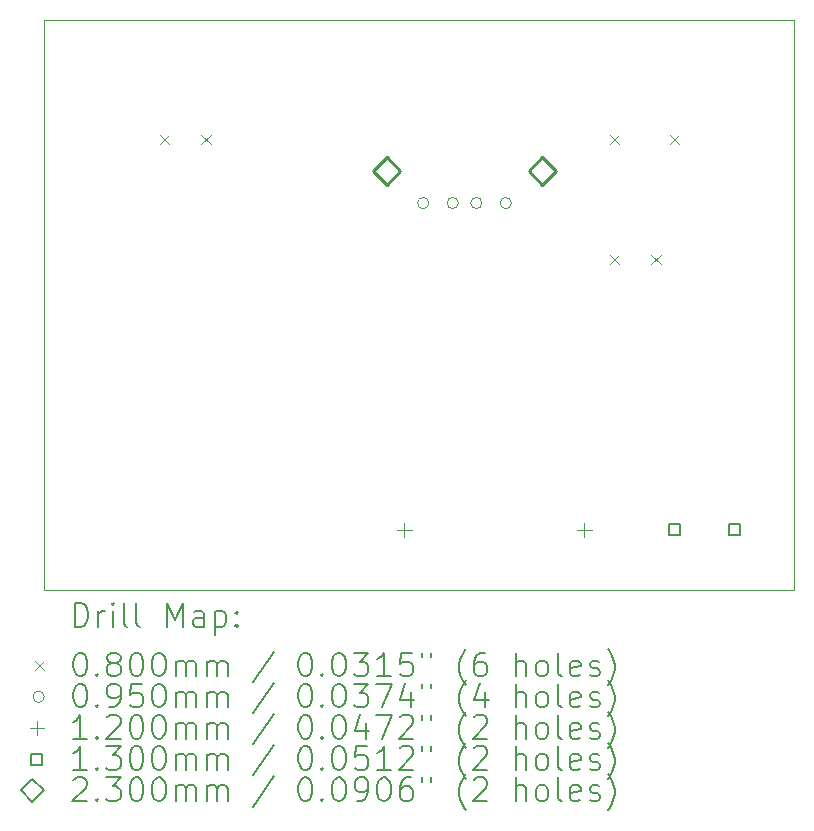
<source format=gbr>
%FSLAX45Y45*%
G04 Gerber Fmt 4.5, Leading zero omitted, Abs format (unit mm)*
G04 Created by KiCad (PCBNEW (6.0.4-0)) date 2022-06-08 11:17:16*
%MOMM*%
%LPD*%
G01*
G04 APERTURE LIST*
%TA.AperFunction,Profile*%
%ADD10C,0.050000*%
%TD*%
%ADD11C,0.200000*%
%ADD12C,0.080000*%
%ADD13C,0.095000*%
%ADD14C,0.120000*%
%ADD15C,0.130000*%
%ADD16C,0.230000*%
G04 APERTURE END LIST*
D10*
X18034000Y-2540000D02*
X18034000Y-7366000D01*
X18034000Y-7366000D02*
X11684000Y-7366000D01*
X11684000Y-7366000D02*
X11684000Y-2540000D01*
X11684000Y-2540000D02*
X18034000Y-2540000D01*
D11*
D12*
X12660000Y-3516000D02*
X12740000Y-3596000D01*
X12740000Y-3516000D02*
X12660000Y-3596000D01*
X13010000Y-3516000D02*
X13090000Y-3596000D01*
X13090000Y-3516000D02*
X13010000Y-3596000D01*
X16470000Y-3516000D02*
X16550000Y-3596000D01*
X16550000Y-3516000D02*
X16470000Y-3596000D01*
X16470000Y-4532000D02*
X16550000Y-4612000D01*
X16550000Y-4532000D02*
X16470000Y-4612000D01*
X16820000Y-4532000D02*
X16900000Y-4612000D01*
X16900000Y-4532000D02*
X16820000Y-4612000D01*
X16978000Y-3516000D02*
X17058000Y-3596000D01*
X17058000Y-3516000D02*
X16978000Y-3596000D01*
D13*
X14937500Y-4092000D02*
G75*
G03*
X14937500Y-4092000I-47500J0D01*
G01*
X15187500Y-4092000D02*
G75*
G03*
X15187500Y-4092000I-47500J0D01*
G01*
X15387500Y-4092000D02*
G75*
G03*
X15387500Y-4092000I-47500J0D01*
G01*
X15637500Y-4092000D02*
G75*
G03*
X15637500Y-4092000I-47500J0D01*
G01*
D14*
X14732000Y-6798000D02*
X14732000Y-6918000D01*
X14672000Y-6858000D02*
X14792000Y-6858000D01*
X16256000Y-6798000D02*
X16256000Y-6918000D01*
X16196000Y-6858000D02*
X16316000Y-6858000D01*
D15*
X17063962Y-6903962D02*
X17063962Y-6812038D01*
X16972038Y-6812038D01*
X16972038Y-6903962D01*
X17063962Y-6903962D01*
X17571962Y-6903962D02*
X17571962Y-6812038D01*
X17480038Y-6812038D01*
X17480038Y-6903962D01*
X17571962Y-6903962D01*
D16*
X14583000Y-3936000D02*
X14698000Y-3821000D01*
X14583000Y-3706000D01*
X14468000Y-3821000D01*
X14583000Y-3936000D01*
X15897000Y-3936000D02*
X16012000Y-3821000D01*
X15897000Y-3706000D01*
X15782000Y-3821000D01*
X15897000Y-3936000D01*
D11*
X11939119Y-7678976D02*
X11939119Y-7478976D01*
X11986738Y-7478976D01*
X12015309Y-7488500D01*
X12034357Y-7507548D01*
X12043881Y-7526595D01*
X12053405Y-7564690D01*
X12053405Y-7593262D01*
X12043881Y-7631357D01*
X12034357Y-7650405D01*
X12015309Y-7669452D01*
X11986738Y-7678976D01*
X11939119Y-7678976D01*
X12139119Y-7678976D02*
X12139119Y-7545643D01*
X12139119Y-7583738D02*
X12148643Y-7564690D01*
X12158167Y-7555167D01*
X12177214Y-7545643D01*
X12196262Y-7545643D01*
X12262928Y-7678976D02*
X12262928Y-7545643D01*
X12262928Y-7478976D02*
X12253405Y-7488500D01*
X12262928Y-7498024D01*
X12272452Y-7488500D01*
X12262928Y-7478976D01*
X12262928Y-7498024D01*
X12386738Y-7678976D02*
X12367690Y-7669452D01*
X12358167Y-7650405D01*
X12358167Y-7478976D01*
X12491500Y-7678976D02*
X12472452Y-7669452D01*
X12462928Y-7650405D01*
X12462928Y-7478976D01*
X12720071Y-7678976D02*
X12720071Y-7478976D01*
X12786738Y-7621833D01*
X12853405Y-7478976D01*
X12853405Y-7678976D01*
X13034357Y-7678976D02*
X13034357Y-7574214D01*
X13024833Y-7555167D01*
X13005786Y-7545643D01*
X12967690Y-7545643D01*
X12948643Y-7555167D01*
X13034357Y-7669452D02*
X13015309Y-7678976D01*
X12967690Y-7678976D01*
X12948643Y-7669452D01*
X12939119Y-7650405D01*
X12939119Y-7631357D01*
X12948643Y-7612309D01*
X12967690Y-7602786D01*
X13015309Y-7602786D01*
X13034357Y-7593262D01*
X13129595Y-7545643D02*
X13129595Y-7745643D01*
X13129595Y-7555167D02*
X13148643Y-7545643D01*
X13186738Y-7545643D01*
X13205786Y-7555167D01*
X13215309Y-7564690D01*
X13224833Y-7583738D01*
X13224833Y-7640881D01*
X13215309Y-7659928D01*
X13205786Y-7669452D01*
X13186738Y-7678976D01*
X13148643Y-7678976D01*
X13129595Y-7669452D01*
X13310548Y-7659928D02*
X13320071Y-7669452D01*
X13310548Y-7678976D01*
X13301024Y-7669452D01*
X13310548Y-7659928D01*
X13310548Y-7678976D01*
X13310548Y-7555167D02*
X13320071Y-7564690D01*
X13310548Y-7574214D01*
X13301024Y-7564690D01*
X13310548Y-7555167D01*
X13310548Y-7574214D01*
D12*
X11601500Y-7968500D02*
X11681500Y-8048500D01*
X11681500Y-7968500D02*
X11601500Y-8048500D01*
D11*
X11977214Y-7898976D02*
X11996262Y-7898976D01*
X12015309Y-7908500D01*
X12024833Y-7918024D01*
X12034357Y-7937071D01*
X12043881Y-7975167D01*
X12043881Y-8022786D01*
X12034357Y-8060881D01*
X12024833Y-8079928D01*
X12015309Y-8089452D01*
X11996262Y-8098976D01*
X11977214Y-8098976D01*
X11958167Y-8089452D01*
X11948643Y-8079928D01*
X11939119Y-8060881D01*
X11929595Y-8022786D01*
X11929595Y-7975167D01*
X11939119Y-7937071D01*
X11948643Y-7918024D01*
X11958167Y-7908500D01*
X11977214Y-7898976D01*
X12129595Y-8079928D02*
X12139119Y-8089452D01*
X12129595Y-8098976D01*
X12120071Y-8089452D01*
X12129595Y-8079928D01*
X12129595Y-8098976D01*
X12253405Y-7984690D02*
X12234357Y-7975167D01*
X12224833Y-7965643D01*
X12215309Y-7946595D01*
X12215309Y-7937071D01*
X12224833Y-7918024D01*
X12234357Y-7908500D01*
X12253405Y-7898976D01*
X12291500Y-7898976D01*
X12310548Y-7908500D01*
X12320071Y-7918024D01*
X12329595Y-7937071D01*
X12329595Y-7946595D01*
X12320071Y-7965643D01*
X12310548Y-7975167D01*
X12291500Y-7984690D01*
X12253405Y-7984690D01*
X12234357Y-7994214D01*
X12224833Y-8003738D01*
X12215309Y-8022786D01*
X12215309Y-8060881D01*
X12224833Y-8079928D01*
X12234357Y-8089452D01*
X12253405Y-8098976D01*
X12291500Y-8098976D01*
X12310548Y-8089452D01*
X12320071Y-8079928D01*
X12329595Y-8060881D01*
X12329595Y-8022786D01*
X12320071Y-8003738D01*
X12310548Y-7994214D01*
X12291500Y-7984690D01*
X12453405Y-7898976D02*
X12472452Y-7898976D01*
X12491500Y-7908500D01*
X12501024Y-7918024D01*
X12510548Y-7937071D01*
X12520071Y-7975167D01*
X12520071Y-8022786D01*
X12510548Y-8060881D01*
X12501024Y-8079928D01*
X12491500Y-8089452D01*
X12472452Y-8098976D01*
X12453405Y-8098976D01*
X12434357Y-8089452D01*
X12424833Y-8079928D01*
X12415309Y-8060881D01*
X12405786Y-8022786D01*
X12405786Y-7975167D01*
X12415309Y-7937071D01*
X12424833Y-7918024D01*
X12434357Y-7908500D01*
X12453405Y-7898976D01*
X12643881Y-7898976D02*
X12662928Y-7898976D01*
X12681976Y-7908500D01*
X12691500Y-7918024D01*
X12701024Y-7937071D01*
X12710548Y-7975167D01*
X12710548Y-8022786D01*
X12701024Y-8060881D01*
X12691500Y-8079928D01*
X12681976Y-8089452D01*
X12662928Y-8098976D01*
X12643881Y-8098976D01*
X12624833Y-8089452D01*
X12615309Y-8079928D01*
X12605786Y-8060881D01*
X12596262Y-8022786D01*
X12596262Y-7975167D01*
X12605786Y-7937071D01*
X12615309Y-7918024D01*
X12624833Y-7908500D01*
X12643881Y-7898976D01*
X12796262Y-8098976D02*
X12796262Y-7965643D01*
X12796262Y-7984690D02*
X12805786Y-7975167D01*
X12824833Y-7965643D01*
X12853405Y-7965643D01*
X12872452Y-7975167D01*
X12881976Y-7994214D01*
X12881976Y-8098976D01*
X12881976Y-7994214D02*
X12891500Y-7975167D01*
X12910548Y-7965643D01*
X12939119Y-7965643D01*
X12958167Y-7975167D01*
X12967690Y-7994214D01*
X12967690Y-8098976D01*
X13062928Y-8098976D02*
X13062928Y-7965643D01*
X13062928Y-7984690D02*
X13072452Y-7975167D01*
X13091500Y-7965643D01*
X13120071Y-7965643D01*
X13139119Y-7975167D01*
X13148643Y-7994214D01*
X13148643Y-8098976D01*
X13148643Y-7994214D02*
X13158167Y-7975167D01*
X13177214Y-7965643D01*
X13205786Y-7965643D01*
X13224833Y-7975167D01*
X13234357Y-7994214D01*
X13234357Y-8098976D01*
X13624833Y-7889452D02*
X13453405Y-8146595D01*
X13881976Y-7898976D02*
X13901024Y-7898976D01*
X13920071Y-7908500D01*
X13929595Y-7918024D01*
X13939119Y-7937071D01*
X13948643Y-7975167D01*
X13948643Y-8022786D01*
X13939119Y-8060881D01*
X13929595Y-8079928D01*
X13920071Y-8089452D01*
X13901024Y-8098976D01*
X13881976Y-8098976D01*
X13862928Y-8089452D01*
X13853405Y-8079928D01*
X13843881Y-8060881D01*
X13834357Y-8022786D01*
X13834357Y-7975167D01*
X13843881Y-7937071D01*
X13853405Y-7918024D01*
X13862928Y-7908500D01*
X13881976Y-7898976D01*
X14034357Y-8079928D02*
X14043881Y-8089452D01*
X14034357Y-8098976D01*
X14024833Y-8089452D01*
X14034357Y-8079928D01*
X14034357Y-8098976D01*
X14167690Y-7898976D02*
X14186738Y-7898976D01*
X14205786Y-7908500D01*
X14215309Y-7918024D01*
X14224833Y-7937071D01*
X14234357Y-7975167D01*
X14234357Y-8022786D01*
X14224833Y-8060881D01*
X14215309Y-8079928D01*
X14205786Y-8089452D01*
X14186738Y-8098976D01*
X14167690Y-8098976D01*
X14148643Y-8089452D01*
X14139119Y-8079928D01*
X14129595Y-8060881D01*
X14120071Y-8022786D01*
X14120071Y-7975167D01*
X14129595Y-7937071D01*
X14139119Y-7918024D01*
X14148643Y-7908500D01*
X14167690Y-7898976D01*
X14301024Y-7898976D02*
X14424833Y-7898976D01*
X14358167Y-7975167D01*
X14386738Y-7975167D01*
X14405786Y-7984690D01*
X14415309Y-7994214D01*
X14424833Y-8013262D01*
X14424833Y-8060881D01*
X14415309Y-8079928D01*
X14405786Y-8089452D01*
X14386738Y-8098976D01*
X14329595Y-8098976D01*
X14310548Y-8089452D01*
X14301024Y-8079928D01*
X14615309Y-8098976D02*
X14501024Y-8098976D01*
X14558167Y-8098976D02*
X14558167Y-7898976D01*
X14539119Y-7927548D01*
X14520071Y-7946595D01*
X14501024Y-7956119D01*
X14796262Y-7898976D02*
X14701024Y-7898976D01*
X14691500Y-7994214D01*
X14701024Y-7984690D01*
X14720071Y-7975167D01*
X14767690Y-7975167D01*
X14786738Y-7984690D01*
X14796262Y-7994214D01*
X14805786Y-8013262D01*
X14805786Y-8060881D01*
X14796262Y-8079928D01*
X14786738Y-8089452D01*
X14767690Y-8098976D01*
X14720071Y-8098976D01*
X14701024Y-8089452D01*
X14691500Y-8079928D01*
X14881976Y-7898976D02*
X14881976Y-7937071D01*
X14958167Y-7898976D02*
X14958167Y-7937071D01*
X15253405Y-8175167D02*
X15243881Y-8165643D01*
X15224833Y-8137071D01*
X15215309Y-8118024D01*
X15205786Y-8089452D01*
X15196262Y-8041833D01*
X15196262Y-8003738D01*
X15205786Y-7956119D01*
X15215309Y-7927548D01*
X15224833Y-7908500D01*
X15243881Y-7879928D01*
X15253405Y-7870405D01*
X15415309Y-7898976D02*
X15377214Y-7898976D01*
X15358167Y-7908500D01*
X15348643Y-7918024D01*
X15329595Y-7946595D01*
X15320071Y-7984690D01*
X15320071Y-8060881D01*
X15329595Y-8079928D01*
X15339119Y-8089452D01*
X15358167Y-8098976D01*
X15396262Y-8098976D01*
X15415309Y-8089452D01*
X15424833Y-8079928D01*
X15434357Y-8060881D01*
X15434357Y-8013262D01*
X15424833Y-7994214D01*
X15415309Y-7984690D01*
X15396262Y-7975167D01*
X15358167Y-7975167D01*
X15339119Y-7984690D01*
X15329595Y-7994214D01*
X15320071Y-8013262D01*
X15672452Y-8098976D02*
X15672452Y-7898976D01*
X15758167Y-8098976D02*
X15758167Y-7994214D01*
X15748643Y-7975167D01*
X15729595Y-7965643D01*
X15701024Y-7965643D01*
X15681976Y-7975167D01*
X15672452Y-7984690D01*
X15881976Y-8098976D02*
X15862928Y-8089452D01*
X15853405Y-8079928D01*
X15843881Y-8060881D01*
X15843881Y-8003738D01*
X15853405Y-7984690D01*
X15862928Y-7975167D01*
X15881976Y-7965643D01*
X15910548Y-7965643D01*
X15929595Y-7975167D01*
X15939119Y-7984690D01*
X15948643Y-8003738D01*
X15948643Y-8060881D01*
X15939119Y-8079928D01*
X15929595Y-8089452D01*
X15910548Y-8098976D01*
X15881976Y-8098976D01*
X16062928Y-8098976D02*
X16043881Y-8089452D01*
X16034357Y-8070405D01*
X16034357Y-7898976D01*
X16215309Y-8089452D02*
X16196262Y-8098976D01*
X16158167Y-8098976D01*
X16139119Y-8089452D01*
X16129595Y-8070405D01*
X16129595Y-7994214D01*
X16139119Y-7975167D01*
X16158167Y-7965643D01*
X16196262Y-7965643D01*
X16215309Y-7975167D01*
X16224833Y-7994214D01*
X16224833Y-8013262D01*
X16129595Y-8032309D01*
X16301024Y-8089452D02*
X16320071Y-8098976D01*
X16358167Y-8098976D01*
X16377214Y-8089452D01*
X16386738Y-8070405D01*
X16386738Y-8060881D01*
X16377214Y-8041833D01*
X16358167Y-8032309D01*
X16329595Y-8032309D01*
X16310548Y-8022786D01*
X16301024Y-8003738D01*
X16301024Y-7994214D01*
X16310548Y-7975167D01*
X16329595Y-7965643D01*
X16358167Y-7965643D01*
X16377214Y-7975167D01*
X16453405Y-8175167D02*
X16462928Y-8165643D01*
X16481976Y-8137071D01*
X16491500Y-8118024D01*
X16501024Y-8089452D01*
X16510548Y-8041833D01*
X16510548Y-8003738D01*
X16501024Y-7956119D01*
X16491500Y-7927548D01*
X16481976Y-7908500D01*
X16462928Y-7879928D01*
X16453405Y-7870405D01*
D13*
X11681500Y-8272500D02*
G75*
G03*
X11681500Y-8272500I-47500J0D01*
G01*
D11*
X11977214Y-8162976D02*
X11996262Y-8162976D01*
X12015309Y-8172500D01*
X12024833Y-8182024D01*
X12034357Y-8201071D01*
X12043881Y-8239167D01*
X12043881Y-8286786D01*
X12034357Y-8324881D01*
X12024833Y-8343928D01*
X12015309Y-8353452D01*
X11996262Y-8362976D01*
X11977214Y-8362976D01*
X11958167Y-8353452D01*
X11948643Y-8343928D01*
X11939119Y-8324881D01*
X11929595Y-8286786D01*
X11929595Y-8239167D01*
X11939119Y-8201071D01*
X11948643Y-8182024D01*
X11958167Y-8172500D01*
X11977214Y-8162976D01*
X12129595Y-8343928D02*
X12139119Y-8353452D01*
X12129595Y-8362976D01*
X12120071Y-8353452D01*
X12129595Y-8343928D01*
X12129595Y-8362976D01*
X12234357Y-8362976D02*
X12272452Y-8362976D01*
X12291500Y-8353452D01*
X12301024Y-8343928D01*
X12320071Y-8315357D01*
X12329595Y-8277262D01*
X12329595Y-8201071D01*
X12320071Y-8182024D01*
X12310548Y-8172500D01*
X12291500Y-8162976D01*
X12253405Y-8162976D01*
X12234357Y-8172500D01*
X12224833Y-8182024D01*
X12215309Y-8201071D01*
X12215309Y-8248690D01*
X12224833Y-8267738D01*
X12234357Y-8277262D01*
X12253405Y-8286786D01*
X12291500Y-8286786D01*
X12310548Y-8277262D01*
X12320071Y-8267738D01*
X12329595Y-8248690D01*
X12510548Y-8162976D02*
X12415309Y-8162976D01*
X12405786Y-8258214D01*
X12415309Y-8248690D01*
X12434357Y-8239167D01*
X12481976Y-8239167D01*
X12501024Y-8248690D01*
X12510548Y-8258214D01*
X12520071Y-8277262D01*
X12520071Y-8324881D01*
X12510548Y-8343928D01*
X12501024Y-8353452D01*
X12481976Y-8362976D01*
X12434357Y-8362976D01*
X12415309Y-8353452D01*
X12405786Y-8343928D01*
X12643881Y-8162976D02*
X12662928Y-8162976D01*
X12681976Y-8172500D01*
X12691500Y-8182024D01*
X12701024Y-8201071D01*
X12710548Y-8239167D01*
X12710548Y-8286786D01*
X12701024Y-8324881D01*
X12691500Y-8343928D01*
X12681976Y-8353452D01*
X12662928Y-8362976D01*
X12643881Y-8362976D01*
X12624833Y-8353452D01*
X12615309Y-8343928D01*
X12605786Y-8324881D01*
X12596262Y-8286786D01*
X12596262Y-8239167D01*
X12605786Y-8201071D01*
X12615309Y-8182024D01*
X12624833Y-8172500D01*
X12643881Y-8162976D01*
X12796262Y-8362976D02*
X12796262Y-8229643D01*
X12796262Y-8248690D02*
X12805786Y-8239167D01*
X12824833Y-8229643D01*
X12853405Y-8229643D01*
X12872452Y-8239167D01*
X12881976Y-8258214D01*
X12881976Y-8362976D01*
X12881976Y-8258214D02*
X12891500Y-8239167D01*
X12910548Y-8229643D01*
X12939119Y-8229643D01*
X12958167Y-8239167D01*
X12967690Y-8258214D01*
X12967690Y-8362976D01*
X13062928Y-8362976D02*
X13062928Y-8229643D01*
X13062928Y-8248690D02*
X13072452Y-8239167D01*
X13091500Y-8229643D01*
X13120071Y-8229643D01*
X13139119Y-8239167D01*
X13148643Y-8258214D01*
X13148643Y-8362976D01*
X13148643Y-8258214D02*
X13158167Y-8239167D01*
X13177214Y-8229643D01*
X13205786Y-8229643D01*
X13224833Y-8239167D01*
X13234357Y-8258214D01*
X13234357Y-8362976D01*
X13624833Y-8153452D02*
X13453405Y-8410595D01*
X13881976Y-8162976D02*
X13901024Y-8162976D01*
X13920071Y-8172500D01*
X13929595Y-8182024D01*
X13939119Y-8201071D01*
X13948643Y-8239167D01*
X13948643Y-8286786D01*
X13939119Y-8324881D01*
X13929595Y-8343928D01*
X13920071Y-8353452D01*
X13901024Y-8362976D01*
X13881976Y-8362976D01*
X13862928Y-8353452D01*
X13853405Y-8343928D01*
X13843881Y-8324881D01*
X13834357Y-8286786D01*
X13834357Y-8239167D01*
X13843881Y-8201071D01*
X13853405Y-8182024D01*
X13862928Y-8172500D01*
X13881976Y-8162976D01*
X14034357Y-8343928D02*
X14043881Y-8353452D01*
X14034357Y-8362976D01*
X14024833Y-8353452D01*
X14034357Y-8343928D01*
X14034357Y-8362976D01*
X14167690Y-8162976D02*
X14186738Y-8162976D01*
X14205786Y-8172500D01*
X14215309Y-8182024D01*
X14224833Y-8201071D01*
X14234357Y-8239167D01*
X14234357Y-8286786D01*
X14224833Y-8324881D01*
X14215309Y-8343928D01*
X14205786Y-8353452D01*
X14186738Y-8362976D01*
X14167690Y-8362976D01*
X14148643Y-8353452D01*
X14139119Y-8343928D01*
X14129595Y-8324881D01*
X14120071Y-8286786D01*
X14120071Y-8239167D01*
X14129595Y-8201071D01*
X14139119Y-8182024D01*
X14148643Y-8172500D01*
X14167690Y-8162976D01*
X14301024Y-8162976D02*
X14424833Y-8162976D01*
X14358167Y-8239167D01*
X14386738Y-8239167D01*
X14405786Y-8248690D01*
X14415309Y-8258214D01*
X14424833Y-8277262D01*
X14424833Y-8324881D01*
X14415309Y-8343928D01*
X14405786Y-8353452D01*
X14386738Y-8362976D01*
X14329595Y-8362976D01*
X14310548Y-8353452D01*
X14301024Y-8343928D01*
X14491500Y-8162976D02*
X14624833Y-8162976D01*
X14539119Y-8362976D01*
X14786738Y-8229643D02*
X14786738Y-8362976D01*
X14739119Y-8153452D02*
X14691500Y-8296309D01*
X14815309Y-8296309D01*
X14881976Y-8162976D02*
X14881976Y-8201071D01*
X14958167Y-8162976D02*
X14958167Y-8201071D01*
X15253405Y-8439167D02*
X15243881Y-8429643D01*
X15224833Y-8401071D01*
X15215309Y-8382024D01*
X15205786Y-8353452D01*
X15196262Y-8305833D01*
X15196262Y-8267738D01*
X15205786Y-8220119D01*
X15215309Y-8191548D01*
X15224833Y-8172500D01*
X15243881Y-8143928D01*
X15253405Y-8134405D01*
X15415309Y-8229643D02*
X15415309Y-8362976D01*
X15367690Y-8153452D02*
X15320071Y-8296309D01*
X15443881Y-8296309D01*
X15672452Y-8362976D02*
X15672452Y-8162976D01*
X15758167Y-8362976D02*
X15758167Y-8258214D01*
X15748643Y-8239167D01*
X15729595Y-8229643D01*
X15701024Y-8229643D01*
X15681976Y-8239167D01*
X15672452Y-8248690D01*
X15881976Y-8362976D02*
X15862928Y-8353452D01*
X15853405Y-8343928D01*
X15843881Y-8324881D01*
X15843881Y-8267738D01*
X15853405Y-8248690D01*
X15862928Y-8239167D01*
X15881976Y-8229643D01*
X15910548Y-8229643D01*
X15929595Y-8239167D01*
X15939119Y-8248690D01*
X15948643Y-8267738D01*
X15948643Y-8324881D01*
X15939119Y-8343928D01*
X15929595Y-8353452D01*
X15910548Y-8362976D01*
X15881976Y-8362976D01*
X16062928Y-8362976D02*
X16043881Y-8353452D01*
X16034357Y-8334405D01*
X16034357Y-8162976D01*
X16215309Y-8353452D02*
X16196262Y-8362976D01*
X16158167Y-8362976D01*
X16139119Y-8353452D01*
X16129595Y-8334405D01*
X16129595Y-8258214D01*
X16139119Y-8239167D01*
X16158167Y-8229643D01*
X16196262Y-8229643D01*
X16215309Y-8239167D01*
X16224833Y-8258214D01*
X16224833Y-8277262D01*
X16129595Y-8296309D01*
X16301024Y-8353452D02*
X16320071Y-8362976D01*
X16358167Y-8362976D01*
X16377214Y-8353452D01*
X16386738Y-8334405D01*
X16386738Y-8324881D01*
X16377214Y-8305833D01*
X16358167Y-8296309D01*
X16329595Y-8296309D01*
X16310548Y-8286786D01*
X16301024Y-8267738D01*
X16301024Y-8258214D01*
X16310548Y-8239167D01*
X16329595Y-8229643D01*
X16358167Y-8229643D01*
X16377214Y-8239167D01*
X16453405Y-8439167D02*
X16462928Y-8429643D01*
X16481976Y-8401071D01*
X16491500Y-8382024D01*
X16501024Y-8353452D01*
X16510548Y-8305833D01*
X16510548Y-8267738D01*
X16501024Y-8220119D01*
X16491500Y-8191548D01*
X16481976Y-8172500D01*
X16462928Y-8143928D01*
X16453405Y-8134405D01*
D14*
X11621500Y-8476500D02*
X11621500Y-8596500D01*
X11561500Y-8536500D02*
X11681500Y-8536500D01*
D11*
X12043881Y-8626976D02*
X11929595Y-8626976D01*
X11986738Y-8626976D02*
X11986738Y-8426976D01*
X11967690Y-8455548D01*
X11948643Y-8474595D01*
X11929595Y-8484119D01*
X12129595Y-8607929D02*
X12139119Y-8617452D01*
X12129595Y-8626976D01*
X12120071Y-8617452D01*
X12129595Y-8607929D01*
X12129595Y-8626976D01*
X12215309Y-8446024D02*
X12224833Y-8436500D01*
X12243881Y-8426976D01*
X12291500Y-8426976D01*
X12310548Y-8436500D01*
X12320071Y-8446024D01*
X12329595Y-8465071D01*
X12329595Y-8484119D01*
X12320071Y-8512690D01*
X12205786Y-8626976D01*
X12329595Y-8626976D01*
X12453405Y-8426976D02*
X12472452Y-8426976D01*
X12491500Y-8436500D01*
X12501024Y-8446024D01*
X12510548Y-8465071D01*
X12520071Y-8503167D01*
X12520071Y-8550786D01*
X12510548Y-8588881D01*
X12501024Y-8607929D01*
X12491500Y-8617452D01*
X12472452Y-8626976D01*
X12453405Y-8626976D01*
X12434357Y-8617452D01*
X12424833Y-8607929D01*
X12415309Y-8588881D01*
X12405786Y-8550786D01*
X12405786Y-8503167D01*
X12415309Y-8465071D01*
X12424833Y-8446024D01*
X12434357Y-8436500D01*
X12453405Y-8426976D01*
X12643881Y-8426976D02*
X12662928Y-8426976D01*
X12681976Y-8436500D01*
X12691500Y-8446024D01*
X12701024Y-8465071D01*
X12710548Y-8503167D01*
X12710548Y-8550786D01*
X12701024Y-8588881D01*
X12691500Y-8607929D01*
X12681976Y-8617452D01*
X12662928Y-8626976D01*
X12643881Y-8626976D01*
X12624833Y-8617452D01*
X12615309Y-8607929D01*
X12605786Y-8588881D01*
X12596262Y-8550786D01*
X12596262Y-8503167D01*
X12605786Y-8465071D01*
X12615309Y-8446024D01*
X12624833Y-8436500D01*
X12643881Y-8426976D01*
X12796262Y-8626976D02*
X12796262Y-8493643D01*
X12796262Y-8512690D02*
X12805786Y-8503167D01*
X12824833Y-8493643D01*
X12853405Y-8493643D01*
X12872452Y-8503167D01*
X12881976Y-8522214D01*
X12881976Y-8626976D01*
X12881976Y-8522214D02*
X12891500Y-8503167D01*
X12910548Y-8493643D01*
X12939119Y-8493643D01*
X12958167Y-8503167D01*
X12967690Y-8522214D01*
X12967690Y-8626976D01*
X13062928Y-8626976D02*
X13062928Y-8493643D01*
X13062928Y-8512690D02*
X13072452Y-8503167D01*
X13091500Y-8493643D01*
X13120071Y-8493643D01*
X13139119Y-8503167D01*
X13148643Y-8522214D01*
X13148643Y-8626976D01*
X13148643Y-8522214D02*
X13158167Y-8503167D01*
X13177214Y-8493643D01*
X13205786Y-8493643D01*
X13224833Y-8503167D01*
X13234357Y-8522214D01*
X13234357Y-8626976D01*
X13624833Y-8417452D02*
X13453405Y-8674595D01*
X13881976Y-8426976D02*
X13901024Y-8426976D01*
X13920071Y-8436500D01*
X13929595Y-8446024D01*
X13939119Y-8465071D01*
X13948643Y-8503167D01*
X13948643Y-8550786D01*
X13939119Y-8588881D01*
X13929595Y-8607929D01*
X13920071Y-8617452D01*
X13901024Y-8626976D01*
X13881976Y-8626976D01*
X13862928Y-8617452D01*
X13853405Y-8607929D01*
X13843881Y-8588881D01*
X13834357Y-8550786D01*
X13834357Y-8503167D01*
X13843881Y-8465071D01*
X13853405Y-8446024D01*
X13862928Y-8436500D01*
X13881976Y-8426976D01*
X14034357Y-8607929D02*
X14043881Y-8617452D01*
X14034357Y-8626976D01*
X14024833Y-8617452D01*
X14034357Y-8607929D01*
X14034357Y-8626976D01*
X14167690Y-8426976D02*
X14186738Y-8426976D01*
X14205786Y-8436500D01*
X14215309Y-8446024D01*
X14224833Y-8465071D01*
X14234357Y-8503167D01*
X14234357Y-8550786D01*
X14224833Y-8588881D01*
X14215309Y-8607929D01*
X14205786Y-8617452D01*
X14186738Y-8626976D01*
X14167690Y-8626976D01*
X14148643Y-8617452D01*
X14139119Y-8607929D01*
X14129595Y-8588881D01*
X14120071Y-8550786D01*
X14120071Y-8503167D01*
X14129595Y-8465071D01*
X14139119Y-8446024D01*
X14148643Y-8436500D01*
X14167690Y-8426976D01*
X14405786Y-8493643D02*
X14405786Y-8626976D01*
X14358167Y-8417452D02*
X14310548Y-8560310D01*
X14434357Y-8560310D01*
X14491500Y-8426976D02*
X14624833Y-8426976D01*
X14539119Y-8626976D01*
X14691500Y-8446024D02*
X14701024Y-8436500D01*
X14720071Y-8426976D01*
X14767690Y-8426976D01*
X14786738Y-8436500D01*
X14796262Y-8446024D01*
X14805786Y-8465071D01*
X14805786Y-8484119D01*
X14796262Y-8512690D01*
X14681976Y-8626976D01*
X14805786Y-8626976D01*
X14881976Y-8426976D02*
X14881976Y-8465071D01*
X14958167Y-8426976D02*
X14958167Y-8465071D01*
X15253405Y-8703167D02*
X15243881Y-8693643D01*
X15224833Y-8665071D01*
X15215309Y-8646024D01*
X15205786Y-8617452D01*
X15196262Y-8569833D01*
X15196262Y-8531738D01*
X15205786Y-8484119D01*
X15215309Y-8455548D01*
X15224833Y-8436500D01*
X15243881Y-8407929D01*
X15253405Y-8398405D01*
X15320071Y-8446024D02*
X15329595Y-8436500D01*
X15348643Y-8426976D01*
X15396262Y-8426976D01*
X15415309Y-8436500D01*
X15424833Y-8446024D01*
X15434357Y-8465071D01*
X15434357Y-8484119D01*
X15424833Y-8512690D01*
X15310548Y-8626976D01*
X15434357Y-8626976D01*
X15672452Y-8626976D02*
X15672452Y-8426976D01*
X15758167Y-8626976D02*
X15758167Y-8522214D01*
X15748643Y-8503167D01*
X15729595Y-8493643D01*
X15701024Y-8493643D01*
X15681976Y-8503167D01*
X15672452Y-8512690D01*
X15881976Y-8626976D02*
X15862928Y-8617452D01*
X15853405Y-8607929D01*
X15843881Y-8588881D01*
X15843881Y-8531738D01*
X15853405Y-8512690D01*
X15862928Y-8503167D01*
X15881976Y-8493643D01*
X15910548Y-8493643D01*
X15929595Y-8503167D01*
X15939119Y-8512690D01*
X15948643Y-8531738D01*
X15948643Y-8588881D01*
X15939119Y-8607929D01*
X15929595Y-8617452D01*
X15910548Y-8626976D01*
X15881976Y-8626976D01*
X16062928Y-8626976D02*
X16043881Y-8617452D01*
X16034357Y-8598405D01*
X16034357Y-8426976D01*
X16215309Y-8617452D02*
X16196262Y-8626976D01*
X16158167Y-8626976D01*
X16139119Y-8617452D01*
X16129595Y-8598405D01*
X16129595Y-8522214D01*
X16139119Y-8503167D01*
X16158167Y-8493643D01*
X16196262Y-8493643D01*
X16215309Y-8503167D01*
X16224833Y-8522214D01*
X16224833Y-8541262D01*
X16129595Y-8560310D01*
X16301024Y-8617452D02*
X16320071Y-8626976D01*
X16358167Y-8626976D01*
X16377214Y-8617452D01*
X16386738Y-8598405D01*
X16386738Y-8588881D01*
X16377214Y-8569833D01*
X16358167Y-8560310D01*
X16329595Y-8560310D01*
X16310548Y-8550786D01*
X16301024Y-8531738D01*
X16301024Y-8522214D01*
X16310548Y-8503167D01*
X16329595Y-8493643D01*
X16358167Y-8493643D01*
X16377214Y-8503167D01*
X16453405Y-8703167D02*
X16462928Y-8693643D01*
X16481976Y-8665071D01*
X16491500Y-8646024D01*
X16501024Y-8617452D01*
X16510548Y-8569833D01*
X16510548Y-8531738D01*
X16501024Y-8484119D01*
X16491500Y-8455548D01*
X16481976Y-8436500D01*
X16462928Y-8407929D01*
X16453405Y-8398405D01*
D15*
X11662462Y-8846462D02*
X11662462Y-8754538D01*
X11570538Y-8754538D01*
X11570538Y-8846462D01*
X11662462Y-8846462D01*
D11*
X12043881Y-8890976D02*
X11929595Y-8890976D01*
X11986738Y-8890976D02*
X11986738Y-8690976D01*
X11967690Y-8719548D01*
X11948643Y-8738595D01*
X11929595Y-8748119D01*
X12129595Y-8871929D02*
X12139119Y-8881452D01*
X12129595Y-8890976D01*
X12120071Y-8881452D01*
X12129595Y-8871929D01*
X12129595Y-8890976D01*
X12205786Y-8690976D02*
X12329595Y-8690976D01*
X12262928Y-8767167D01*
X12291500Y-8767167D01*
X12310548Y-8776690D01*
X12320071Y-8786214D01*
X12329595Y-8805262D01*
X12329595Y-8852881D01*
X12320071Y-8871929D01*
X12310548Y-8881452D01*
X12291500Y-8890976D01*
X12234357Y-8890976D01*
X12215309Y-8881452D01*
X12205786Y-8871929D01*
X12453405Y-8690976D02*
X12472452Y-8690976D01*
X12491500Y-8700500D01*
X12501024Y-8710024D01*
X12510548Y-8729071D01*
X12520071Y-8767167D01*
X12520071Y-8814786D01*
X12510548Y-8852881D01*
X12501024Y-8871929D01*
X12491500Y-8881452D01*
X12472452Y-8890976D01*
X12453405Y-8890976D01*
X12434357Y-8881452D01*
X12424833Y-8871929D01*
X12415309Y-8852881D01*
X12405786Y-8814786D01*
X12405786Y-8767167D01*
X12415309Y-8729071D01*
X12424833Y-8710024D01*
X12434357Y-8700500D01*
X12453405Y-8690976D01*
X12643881Y-8690976D02*
X12662928Y-8690976D01*
X12681976Y-8700500D01*
X12691500Y-8710024D01*
X12701024Y-8729071D01*
X12710548Y-8767167D01*
X12710548Y-8814786D01*
X12701024Y-8852881D01*
X12691500Y-8871929D01*
X12681976Y-8881452D01*
X12662928Y-8890976D01*
X12643881Y-8890976D01*
X12624833Y-8881452D01*
X12615309Y-8871929D01*
X12605786Y-8852881D01*
X12596262Y-8814786D01*
X12596262Y-8767167D01*
X12605786Y-8729071D01*
X12615309Y-8710024D01*
X12624833Y-8700500D01*
X12643881Y-8690976D01*
X12796262Y-8890976D02*
X12796262Y-8757643D01*
X12796262Y-8776690D02*
X12805786Y-8767167D01*
X12824833Y-8757643D01*
X12853405Y-8757643D01*
X12872452Y-8767167D01*
X12881976Y-8786214D01*
X12881976Y-8890976D01*
X12881976Y-8786214D02*
X12891500Y-8767167D01*
X12910548Y-8757643D01*
X12939119Y-8757643D01*
X12958167Y-8767167D01*
X12967690Y-8786214D01*
X12967690Y-8890976D01*
X13062928Y-8890976D02*
X13062928Y-8757643D01*
X13062928Y-8776690D02*
X13072452Y-8767167D01*
X13091500Y-8757643D01*
X13120071Y-8757643D01*
X13139119Y-8767167D01*
X13148643Y-8786214D01*
X13148643Y-8890976D01*
X13148643Y-8786214D02*
X13158167Y-8767167D01*
X13177214Y-8757643D01*
X13205786Y-8757643D01*
X13224833Y-8767167D01*
X13234357Y-8786214D01*
X13234357Y-8890976D01*
X13624833Y-8681452D02*
X13453405Y-8938595D01*
X13881976Y-8690976D02*
X13901024Y-8690976D01*
X13920071Y-8700500D01*
X13929595Y-8710024D01*
X13939119Y-8729071D01*
X13948643Y-8767167D01*
X13948643Y-8814786D01*
X13939119Y-8852881D01*
X13929595Y-8871929D01*
X13920071Y-8881452D01*
X13901024Y-8890976D01*
X13881976Y-8890976D01*
X13862928Y-8881452D01*
X13853405Y-8871929D01*
X13843881Y-8852881D01*
X13834357Y-8814786D01*
X13834357Y-8767167D01*
X13843881Y-8729071D01*
X13853405Y-8710024D01*
X13862928Y-8700500D01*
X13881976Y-8690976D01*
X14034357Y-8871929D02*
X14043881Y-8881452D01*
X14034357Y-8890976D01*
X14024833Y-8881452D01*
X14034357Y-8871929D01*
X14034357Y-8890976D01*
X14167690Y-8690976D02*
X14186738Y-8690976D01*
X14205786Y-8700500D01*
X14215309Y-8710024D01*
X14224833Y-8729071D01*
X14234357Y-8767167D01*
X14234357Y-8814786D01*
X14224833Y-8852881D01*
X14215309Y-8871929D01*
X14205786Y-8881452D01*
X14186738Y-8890976D01*
X14167690Y-8890976D01*
X14148643Y-8881452D01*
X14139119Y-8871929D01*
X14129595Y-8852881D01*
X14120071Y-8814786D01*
X14120071Y-8767167D01*
X14129595Y-8729071D01*
X14139119Y-8710024D01*
X14148643Y-8700500D01*
X14167690Y-8690976D01*
X14415309Y-8690976D02*
X14320071Y-8690976D01*
X14310548Y-8786214D01*
X14320071Y-8776690D01*
X14339119Y-8767167D01*
X14386738Y-8767167D01*
X14405786Y-8776690D01*
X14415309Y-8786214D01*
X14424833Y-8805262D01*
X14424833Y-8852881D01*
X14415309Y-8871929D01*
X14405786Y-8881452D01*
X14386738Y-8890976D01*
X14339119Y-8890976D01*
X14320071Y-8881452D01*
X14310548Y-8871929D01*
X14615309Y-8890976D02*
X14501024Y-8890976D01*
X14558167Y-8890976D02*
X14558167Y-8690976D01*
X14539119Y-8719548D01*
X14520071Y-8738595D01*
X14501024Y-8748119D01*
X14691500Y-8710024D02*
X14701024Y-8700500D01*
X14720071Y-8690976D01*
X14767690Y-8690976D01*
X14786738Y-8700500D01*
X14796262Y-8710024D01*
X14805786Y-8729071D01*
X14805786Y-8748119D01*
X14796262Y-8776690D01*
X14681976Y-8890976D01*
X14805786Y-8890976D01*
X14881976Y-8690976D02*
X14881976Y-8729071D01*
X14958167Y-8690976D02*
X14958167Y-8729071D01*
X15253405Y-8967167D02*
X15243881Y-8957643D01*
X15224833Y-8929071D01*
X15215309Y-8910024D01*
X15205786Y-8881452D01*
X15196262Y-8833833D01*
X15196262Y-8795738D01*
X15205786Y-8748119D01*
X15215309Y-8719548D01*
X15224833Y-8700500D01*
X15243881Y-8671929D01*
X15253405Y-8662405D01*
X15320071Y-8710024D02*
X15329595Y-8700500D01*
X15348643Y-8690976D01*
X15396262Y-8690976D01*
X15415309Y-8700500D01*
X15424833Y-8710024D01*
X15434357Y-8729071D01*
X15434357Y-8748119D01*
X15424833Y-8776690D01*
X15310548Y-8890976D01*
X15434357Y-8890976D01*
X15672452Y-8890976D02*
X15672452Y-8690976D01*
X15758167Y-8890976D02*
X15758167Y-8786214D01*
X15748643Y-8767167D01*
X15729595Y-8757643D01*
X15701024Y-8757643D01*
X15681976Y-8767167D01*
X15672452Y-8776690D01*
X15881976Y-8890976D02*
X15862928Y-8881452D01*
X15853405Y-8871929D01*
X15843881Y-8852881D01*
X15843881Y-8795738D01*
X15853405Y-8776690D01*
X15862928Y-8767167D01*
X15881976Y-8757643D01*
X15910548Y-8757643D01*
X15929595Y-8767167D01*
X15939119Y-8776690D01*
X15948643Y-8795738D01*
X15948643Y-8852881D01*
X15939119Y-8871929D01*
X15929595Y-8881452D01*
X15910548Y-8890976D01*
X15881976Y-8890976D01*
X16062928Y-8890976D02*
X16043881Y-8881452D01*
X16034357Y-8862405D01*
X16034357Y-8690976D01*
X16215309Y-8881452D02*
X16196262Y-8890976D01*
X16158167Y-8890976D01*
X16139119Y-8881452D01*
X16129595Y-8862405D01*
X16129595Y-8786214D01*
X16139119Y-8767167D01*
X16158167Y-8757643D01*
X16196262Y-8757643D01*
X16215309Y-8767167D01*
X16224833Y-8786214D01*
X16224833Y-8805262D01*
X16129595Y-8824310D01*
X16301024Y-8881452D02*
X16320071Y-8890976D01*
X16358167Y-8890976D01*
X16377214Y-8881452D01*
X16386738Y-8862405D01*
X16386738Y-8852881D01*
X16377214Y-8833833D01*
X16358167Y-8824310D01*
X16329595Y-8824310D01*
X16310548Y-8814786D01*
X16301024Y-8795738D01*
X16301024Y-8786214D01*
X16310548Y-8767167D01*
X16329595Y-8757643D01*
X16358167Y-8757643D01*
X16377214Y-8767167D01*
X16453405Y-8967167D02*
X16462928Y-8957643D01*
X16481976Y-8929071D01*
X16491500Y-8910024D01*
X16501024Y-8881452D01*
X16510548Y-8833833D01*
X16510548Y-8795738D01*
X16501024Y-8748119D01*
X16491500Y-8719548D01*
X16481976Y-8700500D01*
X16462928Y-8671929D01*
X16453405Y-8662405D01*
X11581500Y-9164500D02*
X11681500Y-9064500D01*
X11581500Y-8964500D01*
X11481500Y-9064500D01*
X11581500Y-9164500D01*
X11929595Y-8974024D02*
X11939119Y-8964500D01*
X11958167Y-8954976D01*
X12005786Y-8954976D01*
X12024833Y-8964500D01*
X12034357Y-8974024D01*
X12043881Y-8993071D01*
X12043881Y-9012119D01*
X12034357Y-9040690D01*
X11920071Y-9154976D01*
X12043881Y-9154976D01*
X12129595Y-9135929D02*
X12139119Y-9145452D01*
X12129595Y-9154976D01*
X12120071Y-9145452D01*
X12129595Y-9135929D01*
X12129595Y-9154976D01*
X12205786Y-8954976D02*
X12329595Y-8954976D01*
X12262928Y-9031167D01*
X12291500Y-9031167D01*
X12310548Y-9040690D01*
X12320071Y-9050214D01*
X12329595Y-9069262D01*
X12329595Y-9116881D01*
X12320071Y-9135929D01*
X12310548Y-9145452D01*
X12291500Y-9154976D01*
X12234357Y-9154976D01*
X12215309Y-9145452D01*
X12205786Y-9135929D01*
X12453405Y-8954976D02*
X12472452Y-8954976D01*
X12491500Y-8964500D01*
X12501024Y-8974024D01*
X12510548Y-8993071D01*
X12520071Y-9031167D01*
X12520071Y-9078786D01*
X12510548Y-9116881D01*
X12501024Y-9135929D01*
X12491500Y-9145452D01*
X12472452Y-9154976D01*
X12453405Y-9154976D01*
X12434357Y-9145452D01*
X12424833Y-9135929D01*
X12415309Y-9116881D01*
X12405786Y-9078786D01*
X12405786Y-9031167D01*
X12415309Y-8993071D01*
X12424833Y-8974024D01*
X12434357Y-8964500D01*
X12453405Y-8954976D01*
X12643881Y-8954976D02*
X12662928Y-8954976D01*
X12681976Y-8964500D01*
X12691500Y-8974024D01*
X12701024Y-8993071D01*
X12710548Y-9031167D01*
X12710548Y-9078786D01*
X12701024Y-9116881D01*
X12691500Y-9135929D01*
X12681976Y-9145452D01*
X12662928Y-9154976D01*
X12643881Y-9154976D01*
X12624833Y-9145452D01*
X12615309Y-9135929D01*
X12605786Y-9116881D01*
X12596262Y-9078786D01*
X12596262Y-9031167D01*
X12605786Y-8993071D01*
X12615309Y-8974024D01*
X12624833Y-8964500D01*
X12643881Y-8954976D01*
X12796262Y-9154976D02*
X12796262Y-9021643D01*
X12796262Y-9040690D02*
X12805786Y-9031167D01*
X12824833Y-9021643D01*
X12853405Y-9021643D01*
X12872452Y-9031167D01*
X12881976Y-9050214D01*
X12881976Y-9154976D01*
X12881976Y-9050214D02*
X12891500Y-9031167D01*
X12910548Y-9021643D01*
X12939119Y-9021643D01*
X12958167Y-9031167D01*
X12967690Y-9050214D01*
X12967690Y-9154976D01*
X13062928Y-9154976D02*
X13062928Y-9021643D01*
X13062928Y-9040690D02*
X13072452Y-9031167D01*
X13091500Y-9021643D01*
X13120071Y-9021643D01*
X13139119Y-9031167D01*
X13148643Y-9050214D01*
X13148643Y-9154976D01*
X13148643Y-9050214D02*
X13158167Y-9031167D01*
X13177214Y-9021643D01*
X13205786Y-9021643D01*
X13224833Y-9031167D01*
X13234357Y-9050214D01*
X13234357Y-9154976D01*
X13624833Y-8945452D02*
X13453405Y-9202595D01*
X13881976Y-8954976D02*
X13901024Y-8954976D01*
X13920071Y-8964500D01*
X13929595Y-8974024D01*
X13939119Y-8993071D01*
X13948643Y-9031167D01*
X13948643Y-9078786D01*
X13939119Y-9116881D01*
X13929595Y-9135929D01*
X13920071Y-9145452D01*
X13901024Y-9154976D01*
X13881976Y-9154976D01*
X13862928Y-9145452D01*
X13853405Y-9135929D01*
X13843881Y-9116881D01*
X13834357Y-9078786D01*
X13834357Y-9031167D01*
X13843881Y-8993071D01*
X13853405Y-8974024D01*
X13862928Y-8964500D01*
X13881976Y-8954976D01*
X14034357Y-9135929D02*
X14043881Y-9145452D01*
X14034357Y-9154976D01*
X14024833Y-9145452D01*
X14034357Y-9135929D01*
X14034357Y-9154976D01*
X14167690Y-8954976D02*
X14186738Y-8954976D01*
X14205786Y-8964500D01*
X14215309Y-8974024D01*
X14224833Y-8993071D01*
X14234357Y-9031167D01*
X14234357Y-9078786D01*
X14224833Y-9116881D01*
X14215309Y-9135929D01*
X14205786Y-9145452D01*
X14186738Y-9154976D01*
X14167690Y-9154976D01*
X14148643Y-9145452D01*
X14139119Y-9135929D01*
X14129595Y-9116881D01*
X14120071Y-9078786D01*
X14120071Y-9031167D01*
X14129595Y-8993071D01*
X14139119Y-8974024D01*
X14148643Y-8964500D01*
X14167690Y-8954976D01*
X14329595Y-9154976D02*
X14367690Y-9154976D01*
X14386738Y-9145452D01*
X14396262Y-9135929D01*
X14415309Y-9107357D01*
X14424833Y-9069262D01*
X14424833Y-8993071D01*
X14415309Y-8974024D01*
X14405786Y-8964500D01*
X14386738Y-8954976D01*
X14348643Y-8954976D01*
X14329595Y-8964500D01*
X14320071Y-8974024D01*
X14310548Y-8993071D01*
X14310548Y-9040690D01*
X14320071Y-9059738D01*
X14329595Y-9069262D01*
X14348643Y-9078786D01*
X14386738Y-9078786D01*
X14405786Y-9069262D01*
X14415309Y-9059738D01*
X14424833Y-9040690D01*
X14548643Y-8954976D02*
X14567690Y-8954976D01*
X14586738Y-8964500D01*
X14596262Y-8974024D01*
X14605786Y-8993071D01*
X14615309Y-9031167D01*
X14615309Y-9078786D01*
X14605786Y-9116881D01*
X14596262Y-9135929D01*
X14586738Y-9145452D01*
X14567690Y-9154976D01*
X14548643Y-9154976D01*
X14529595Y-9145452D01*
X14520071Y-9135929D01*
X14510548Y-9116881D01*
X14501024Y-9078786D01*
X14501024Y-9031167D01*
X14510548Y-8993071D01*
X14520071Y-8974024D01*
X14529595Y-8964500D01*
X14548643Y-8954976D01*
X14786738Y-8954976D02*
X14748643Y-8954976D01*
X14729595Y-8964500D01*
X14720071Y-8974024D01*
X14701024Y-9002595D01*
X14691500Y-9040690D01*
X14691500Y-9116881D01*
X14701024Y-9135929D01*
X14710548Y-9145452D01*
X14729595Y-9154976D01*
X14767690Y-9154976D01*
X14786738Y-9145452D01*
X14796262Y-9135929D01*
X14805786Y-9116881D01*
X14805786Y-9069262D01*
X14796262Y-9050214D01*
X14786738Y-9040690D01*
X14767690Y-9031167D01*
X14729595Y-9031167D01*
X14710548Y-9040690D01*
X14701024Y-9050214D01*
X14691500Y-9069262D01*
X14881976Y-8954976D02*
X14881976Y-8993071D01*
X14958167Y-8954976D02*
X14958167Y-8993071D01*
X15253405Y-9231167D02*
X15243881Y-9221643D01*
X15224833Y-9193071D01*
X15215309Y-9174024D01*
X15205786Y-9145452D01*
X15196262Y-9097833D01*
X15196262Y-9059738D01*
X15205786Y-9012119D01*
X15215309Y-8983548D01*
X15224833Y-8964500D01*
X15243881Y-8935929D01*
X15253405Y-8926405D01*
X15320071Y-8974024D02*
X15329595Y-8964500D01*
X15348643Y-8954976D01*
X15396262Y-8954976D01*
X15415309Y-8964500D01*
X15424833Y-8974024D01*
X15434357Y-8993071D01*
X15434357Y-9012119D01*
X15424833Y-9040690D01*
X15310548Y-9154976D01*
X15434357Y-9154976D01*
X15672452Y-9154976D02*
X15672452Y-8954976D01*
X15758167Y-9154976D02*
X15758167Y-9050214D01*
X15748643Y-9031167D01*
X15729595Y-9021643D01*
X15701024Y-9021643D01*
X15681976Y-9031167D01*
X15672452Y-9040690D01*
X15881976Y-9154976D02*
X15862928Y-9145452D01*
X15853405Y-9135929D01*
X15843881Y-9116881D01*
X15843881Y-9059738D01*
X15853405Y-9040690D01*
X15862928Y-9031167D01*
X15881976Y-9021643D01*
X15910548Y-9021643D01*
X15929595Y-9031167D01*
X15939119Y-9040690D01*
X15948643Y-9059738D01*
X15948643Y-9116881D01*
X15939119Y-9135929D01*
X15929595Y-9145452D01*
X15910548Y-9154976D01*
X15881976Y-9154976D01*
X16062928Y-9154976D02*
X16043881Y-9145452D01*
X16034357Y-9126405D01*
X16034357Y-8954976D01*
X16215309Y-9145452D02*
X16196262Y-9154976D01*
X16158167Y-9154976D01*
X16139119Y-9145452D01*
X16129595Y-9126405D01*
X16129595Y-9050214D01*
X16139119Y-9031167D01*
X16158167Y-9021643D01*
X16196262Y-9021643D01*
X16215309Y-9031167D01*
X16224833Y-9050214D01*
X16224833Y-9069262D01*
X16129595Y-9088310D01*
X16301024Y-9145452D02*
X16320071Y-9154976D01*
X16358167Y-9154976D01*
X16377214Y-9145452D01*
X16386738Y-9126405D01*
X16386738Y-9116881D01*
X16377214Y-9097833D01*
X16358167Y-9088310D01*
X16329595Y-9088310D01*
X16310548Y-9078786D01*
X16301024Y-9059738D01*
X16301024Y-9050214D01*
X16310548Y-9031167D01*
X16329595Y-9021643D01*
X16358167Y-9021643D01*
X16377214Y-9031167D01*
X16453405Y-9231167D02*
X16462928Y-9221643D01*
X16481976Y-9193071D01*
X16491500Y-9174024D01*
X16501024Y-9145452D01*
X16510548Y-9097833D01*
X16510548Y-9059738D01*
X16501024Y-9012119D01*
X16491500Y-8983548D01*
X16481976Y-8964500D01*
X16462928Y-8935929D01*
X16453405Y-8926405D01*
M02*

</source>
